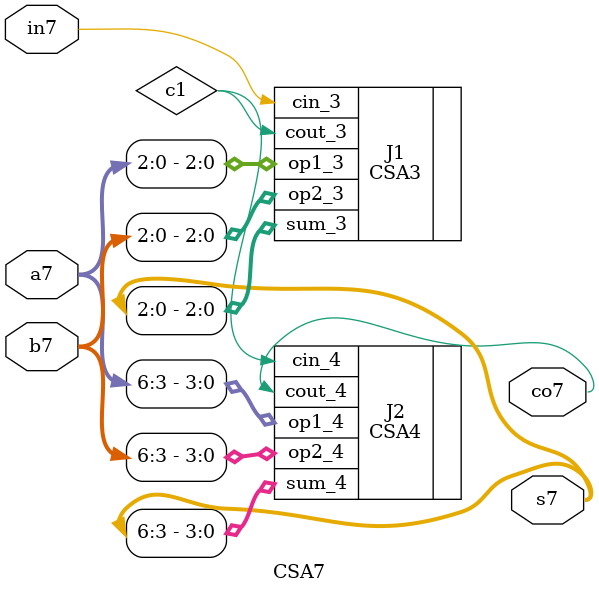
<source format=v>
`timescale 1ns/10ps

module CSA7(s7,co7,a7,b7,in7);
output [6:0]s7;
output co7;
input [6:0]a7,b7;
input in7;
wire [6:0]s6;
wire c1;

CSA3 J1(.sum_3(s7[2:0]),.cout_3(c1),.op1_3(a7[2:0]),.op2_3(b7[2:0]),.cin_3(in7));
CSA4 J2(.sum_4(s7[6:3]),.cout_4(co7),.op1_4(a7[6:3]),.op2_4(b7[6:3]),.cin_4(c1));
endmodule


</source>
